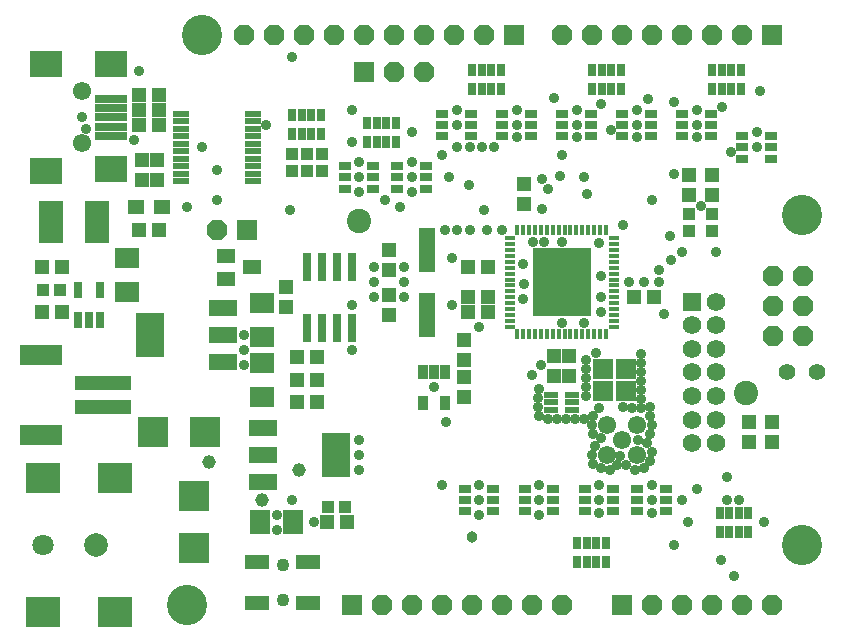
<source format=gts>
G75*
G70*
%OFA0B0*%
%FSLAX24Y24*%
%IPPOS*%
%LPD*%
%AMOC8*
5,1,8,0,0,1.08239X$1,22.5*
%
%ADD10C,0.1340*%
%ADD11OC8,0.0680*%
%ADD12R,0.0513X0.0474*%
%ADD13R,0.0474X0.0513*%
%ADD14R,0.0680X0.0680*%
%ADD15R,0.0789X0.0710*%
%ADD16R,0.0395X0.0395*%
%ADD17R,0.1025X0.1025*%
%ADD18R,0.0631X0.0474*%
%ADD19R,0.0316X0.0946*%
%ADD20R,0.0960X0.0560*%
%ADD21R,0.0946X0.1497*%
%ADD22R,0.0710X0.0789*%
%ADD23R,0.0178X0.0356*%
%ADD24R,0.0356X0.0178*%
%ADD25R,0.1950X0.2304*%
%ADD26R,0.0474X0.0218*%
%ADD27C,0.0611*%
%ADD28R,0.1064X0.0867*%
%ADD29R,0.1064X0.0277*%
%ADD30R,0.0395X0.0297*%
%ADD31R,0.0352X0.0470*%
%ADD32R,0.0277X0.0434*%
%ADD33R,0.0828X0.1419*%
%ADD34R,0.1182X0.1025*%
%ADD35C,0.0710*%
%ADD36C,0.0789*%
%ADD37R,0.0552X0.1458*%
%ADD38R,0.0620X0.0620*%
%ADD39C,0.0620*%
%ADD40R,0.0580X0.0205*%
%ADD41R,0.0552X0.0474*%
%ADD42R,0.0686X0.0686*%
%ADD43R,0.1891X0.0474*%
%ADD44R,0.1419X0.0710*%
%ADD45R,0.0297X0.0552*%
%ADD46C,0.0434*%
%ADD47R,0.0789X0.0474*%
%ADD48C,0.0812*%
%ADD49C,0.0560*%
%ADD50C,0.0460*%
%ADD51C,0.0380*%
%ADD52C,0.0350*%
D10*
X007250Y002336D03*
X027750Y004336D03*
X027750Y015336D03*
X007750Y021336D03*
D11*
X009150Y021336D03*
X010150Y021336D03*
X011150Y021336D03*
X012150Y021336D03*
X013150Y021336D03*
X014150Y021336D03*
X015150Y021336D03*
X016150Y021336D03*
X017150Y021336D03*
X015150Y020086D03*
X014150Y020086D03*
X019750Y021336D03*
X020750Y021336D03*
X021750Y021336D03*
X022750Y021336D03*
X023750Y021336D03*
X024750Y021336D03*
X025750Y021336D03*
X026805Y013316D03*
X027805Y013316D03*
X027805Y012316D03*
X026805Y012316D03*
X026805Y011316D03*
X027805Y011316D03*
X026750Y002336D03*
X025750Y002336D03*
X024750Y002336D03*
X023750Y002336D03*
X022750Y002336D03*
X019750Y002336D03*
X018750Y002336D03*
X017750Y002336D03*
X016750Y002336D03*
X015750Y002336D03*
X014750Y002336D03*
X013750Y002336D03*
X008250Y014836D03*
D12*
X006335Y014836D03*
X005665Y014836D03*
X005665Y019336D03*
X006335Y019336D03*
X016615Y013586D03*
X017285Y013586D03*
X017285Y012586D03*
X017285Y012086D03*
X016615Y012086D03*
X016615Y012586D03*
X016500Y009920D03*
X016500Y009251D03*
X011585Y009086D03*
X010915Y009086D03*
X022165Y012586D03*
X022835Y012586D03*
X024000Y016001D03*
X024000Y016670D03*
X024750Y016670D03*
X024750Y016001D03*
D13*
X018500Y015701D03*
X018500Y016370D03*
X014000Y014170D03*
X014000Y013501D03*
X014000Y012670D03*
X014000Y012001D03*
X016500Y011170D03*
X016500Y010501D03*
X019500Y010620D03*
X020000Y010620D03*
X020000Y009951D03*
X019500Y009951D03*
X026000Y008420D03*
X026000Y007751D03*
X026750Y007751D03*
X026750Y008420D03*
X012585Y005086D03*
X011915Y005086D03*
X011585Y009836D03*
X010915Y009836D03*
X010915Y010586D03*
X011585Y010586D03*
X010550Y012251D03*
X010550Y012920D03*
X006250Y016501D03*
X005750Y016501D03*
X005750Y017170D03*
X006250Y017170D03*
X006335Y018336D03*
X006335Y018836D03*
X005665Y018836D03*
X005665Y018336D03*
X003085Y013586D03*
X002415Y013586D03*
X002415Y012086D03*
X003085Y012086D03*
D14*
X009250Y014836D03*
X013150Y020086D03*
X018150Y021336D03*
X026750Y021336D03*
X021750Y002336D03*
X012750Y002336D03*
D15*
X009750Y009284D03*
X009750Y010387D03*
X009750Y011284D03*
X009750Y012387D03*
X005250Y012784D03*
X005250Y013887D03*
D16*
X003045Y012836D03*
X002455Y012836D03*
X010750Y016790D03*
X011250Y016790D03*
X011750Y016790D03*
X011750Y017381D03*
X011250Y017381D03*
X010750Y017381D03*
X024000Y015381D03*
X024000Y014790D03*
X024750Y014790D03*
X024750Y015381D03*
X012545Y005586D03*
X011955Y005586D03*
D17*
X007866Y008086D03*
X006134Y008086D03*
X007500Y005952D03*
X007500Y004219D03*
D18*
X008567Y013212D03*
X008567Y013960D03*
X009433Y013586D03*
D19*
X011250Y013609D03*
X011750Y013609D03*
X012250Y013609D03*
X012750Y013609D03*
X012750Y011562D03*
X012250Y011562D03*
X011750Y011562D03*
X011250Y011562D03*
D20*
X008470Y011336D03*
X008470Y012245D03*
X008470Y010426D03*
X009780Y008245D03*
X009780Y007336D03*
X009780Y006426D03*
D21*
X012220Y007336D03*
X006030Y011336D03*
D22*
X009699Y005086D03*
X010801Y005086D03*
D23*
X018274Y011353D03*
X018470Y011353D03*
X018667Y011353D03*
X018864Y011353D03*
X019061Y011353D03*
X019258Y011353D03*
X019455Y011353D03*
X019652Y011353D03*
X019848Y011353D03*
X020045Y011353D03*
X020242Y011353D03*
X020439Y011353D03*
X020636Y011353D03*
X020833Y011353D03*
X021030Y011353D03*
X021226Y011353D03*
X021226Y014818D03*
X021030Y014818D03*
X020833Y014818D03*
X020636Y014818D03*
X020439Y014818D03*
X020242Y014818D03*
X020045Y014818D03*
X019848Y014818D03*
X019652Y014818D03*
X019455Y014818D03*
X019258Y014818D03*
X019061Y014818D03*
X018864Y014818D03*
X018667Y014818D03*
X018470Y014818D03*
X018274Y014818D03*
D24*
X018018Y014562D03*
X018018Y014365D03*
X018018Y014168D03*
X018018Y013971D03*
X018018Y013775D03*
X018018Y013578D03*
X018018Y013381D03*
X018018Y013184D03*
X018018Y012987D03*
X018018Y012790D03*
X018018Y012593D03*
X018018Y012397D03*
X018018Y012200D03*
X018018Y012003D03*
X018018Y011806D03*
X018018Y011609D03*
X021482Y011609D03*
X021482Y011806D03*
X021482Y012003D03*
X021482Y012200D03*
X021482Y012397D03*
X021482Y012593D03*
X021482Y012790D03*
X021482Y012987D03*
X021482Y013184D03*
X021482Y013381D03*
X021482Y013578D03*
X021482Y013775D03*
X021482Y013971D03*
X021482Y014168D03*
X021482Y014365D03*
X021482Y014562D03*
D25*
X019750Y013086D03*
D26*
X019396Y009341D03*
X019396Y009086D03*
X019396Y008830D03*
X020104Y008830D03*
X020104Y009086D03*
X020104Y009341D03*
D27*
X021250Y008336D03*
X021750Y007836D03*
X021250Y007336D03*
X022250Y007336D03*
X022250Y008336D03*
X003750Y017719D03*
X003750Y019452D03*
D28*
X004734Y020357D03*
X002569Y020357D03*
X002569Y016814D03*
X004734Y016853D03*
D29*
X004734Y017956D03*
X004734Y018271D03*
X004734Y018586D03*
X004734Y018901D03*
X004734Y019216D03*
D30*
X012528Y016960D03*
X012528Y016586D03*
X012528Y016212D03*
X013472Y016212D03*
X013472Y016586D03*
X013472Y016960D03*
X014278Y016960D03*
X014278Y016586D03*
X014278Y016212D03*
X015222Y016212D03*
X015222Y016586D03*
X015222Y016960D03*
X015778Y017962D03*
X015778Y018336D03*
X015778Y018710D03*
X016722Y018710D03*
X016722Y018336D03*
X016722Y017962D03*
X017778Y017962D03*
X017778Y018336D03*
X017778Y018710D03*
X018722Y018710D03*
X018722Y018336D03*
X018722Y017962D03*
X019778Y017962D03*
X019778Y018336D03*
X019778Y018710D03*
X020722Y018710D03*
X020722Y018336D03*
X020722Y017962D03*
X021778Y017962D03*
X021778Y018336D03*
X021778Y018710D03*
X022722Y018710D03*
X022722Y018336D03*
X022722Y017962D03*
X023778Y017962D03*
X023778Y018336D03*
X023778Y018710D03*
X024722Y018710D03*
X024722Y018336D03*
X024722Y017962D03*
X025778Y017960D03*
X025778Y017586D03*
X025778Y017212D03*
X026722Y017212D03*
X026722Y017586D03*
X026722Y017960D03*
X023222Y006210D03*
X023222Y005836D03*
X023222Y005462D03*
X022278Y005462D03*
X022278Y005836D03*
X022278Y006210D03*
X021472Y006210D03*
X021472Y005836D03*
X021472Y005462D03*
X020528Y005462D03*
X020528Y005836D03*
X020528Y006210D03*
X019472Y006210D03*
X019472Y005836D03*
X019472Y005462D03*
X018528Y005462D03*
X018528Y005836D03*
X018528Y006210D03*
X017472Y006210D03*
X017472Y005836D03*
X017472Y005462D03*
X016528Y005462D03*
X016528Y005836D03*
X016528Y006210D03*
D31*
X015874Y009074D03*
X015126Y009074D03*
X015126Y010093D03*
X015500Y010093D03*
X015874Y010093D03*
D32*
X020278Y004401D03*
X020593Y004401D03*
X020907Y004401D03*
X021222Y004401D03*
X021222Y003771D03*
X020907Y003771D03*
X020593Y003771D03*
X020278Y003771D03*
X025028Y004771D03*
X025343Y004771D03*
X025657Y004771D03*
X025972Y004771D03*
X025972Y005401D03*
X025657Y005401D03*
X025343Y005401D03*
X025028Y005401D03*
X014222Y017771D03*
X013907Y017771D03*
X013593Y017771D03*
X013278Y017771D03*
X013278Y018401D03*
X013593Y018401D03*
X013907Y018401D03*
X014222Y018401D03*
X011722Y018651D03*
X011407Y018651D03*
X011093Y018651D03*
X010778Y018651D03*
X010778Y018021D03*
X011093Y018021D03*
X011407Y018021D03*
X011722Y018021D03*
X016778Y019521D03*
X017093Y019521D03*
X017407Y019521D03*
X017722Y019521D03*
X017722Y020151D03*
X017407Y020151D03*
X017093Y020151D03*
X016778Y020151D03*
X020778Y020151D03*
X021093Y020151D03*
X021407Y020151D03*
X021722Y020151D03*
X021722Y019521D03*
X021407Y019521D03*
X021093Y019521D03*
X020778Y019521D03*
X024778Y019521D03*
X025093Y019521D03*
X025407Y019521D03*
X025722Y019521D03*
X025722Y020151D03*
X025407Y020151D03*
X025093Y020151D03*
X024778Y020151D03*
D33*
X004268Y015086D03*
X002732Y015086D03*
D34*
X002469Y002091D03*
X004870Y002091D03*
X004870Y006580D03*
X002469Y006580D03*
D35*
X002469Y004336D03*
D36*
X004240Y004336D03*
D37*
X015250Y012003D03*
X015250Y014168D03*
D38*
X024106Y012448D03*
D39*
X024894Y012448D03*
X024894Y011660D03*
X024894Y010873D03*
X024106Y010873D03*
X024106Y011660D03*
X024106Y010086D03*
X024894Y010086D03*
X024894Y009298D03*
X024106Y009298D03*
X024106Y008511D03*
X024106Y007723D03*
X024894Y007723D03*
X024894Y008511D03*
D40*
X009450Y016461D03*
X009450Y016711D03*
X009450Y016961D03*
X009450Y017211D03*
X009450Y017461D03*
X009450Y017711D03*
X009450Y017961D03*
X009450Y018211D03*
X009450Y018461D03*
X009450Y018711D03*
X007050Y018711D03*
X007050Y018461D03*
X007050Y018211D03*
X007050Y017961D03*
X007050Y017711D03*
X007050Y017461D03*
X007050Y017211D03*
X007050Y016961D03*
X007050Y016711D03*
X007050Y016461D03*
D41*
X006433Y015586D03*
X005567Y015586D03*
D42*
X021118Y010217D03*
X021882Y010217D03*
X021882Y009454D03*
X021118Y009454D03*
D43*
X004457Y009729D03*
X004457Y008942D03*
D44*
X002409Y007997D03*
X002409Y010674D03*
D45*
X003626Y011824D03*
X004000Y011824D03*
X004374Y011824D03*
X004374Y012847D03*
X003626Y012847D03*
D46*
X010450Y003676D03*
X010450Y002495D03*
D47*
X009604Y002416D03*
X011296Y002416D03*
X011296Y003755D03*
X009604Y003755D03*
D48*
X013000Y015136D03*
X025900Y009386D03*
D49*
X027250Y010086D03*
X028250Y010086D03*
D50*
X011000Y006836D03*
X009750Y005836D03*
X008000Y007086D03*
D51*
X016750Y004586D03*
D52*
X017000Y005336D03*
X017000Y005836D03*
X017000Y006336D03*
X015750Y006336D03*
X015900Y008436D03*
X015500Y009586D03*
X017000Y011586D03*
X016100Y012336D03*
X014500Y012586D03*
X014500Y013086D03*
X014500Y013586D03*
X013500Y013586D03*
X013500Y013086D03*
X013500Y012586D03*
X012750Y012336D03*
X012750Y010836D03*
X009150Y010836D03*
X009150Y011336D03*
X009150Y010336D03*
X013000Y007836D03*
X013000Y007336D03*
X013000Y006836D03*
X011500Y005086D03*
X010750Y005836D03*
X010250Y005336D03*
X010250Y004836D03*
X018750Y009986D03*
X019050Y010336D03*
X019000Y009536D03*
X018950Y009236D03*
X018950Y008936D03*
X019000Y008636D03*
X019300Y008536D03*
X019600Y008536D03*
X019900Y008536D03*
X020200Y008536D03*
X020500Y008536D03*
X020800Y008636D03*
X020750Y008336D03*
X020800Y008036D03*
X021050Y007886D03*
X020850Y007636D03*
X020750Y007336D03*
X020800Y007036D03*
X021050Y006886D03*
X021350Y006836D03*
X021600Y006986D03*
X021900Y006986D03*
X022200Y006836D03*
X022500Y006886D03*
X022700Y007136D03*
X022750Y007436D03*
X022600Y007736D03*
X022700Y008036D03*
X022750Y008336D03*
X022700Y008636D03*
X022700Y008936D03*
X022400Y008886D03*
X022400Y009186D03*
X022100Y008886D03*
X021800Y008936D03*
X021000Y008886D03*
X020550Y009286D03*
X020550Y009586D03*
X020550Y009886D03*
X020550Y010186D03*
X020550Y010486D03*
X020900Y010736D03*
X020500Y011736D03*
X021050Y012086D03*
X021050Y012586D03*
X022000Y013086D03*
X022500Y013086D03*
X023000Y013086D03*
X023000Y013486D03*
X023400Y013836D03*
X023750Y014086D03*
X023350Y014636D03*
X024400Y015636D03*
X023500Y016686D03*
X022750Y015836D03*
X021800Y014986D03*
X021000Y014386D03*
X021050Y013286D03*
X019750Y014436D03*
X019150Y014436D03*
X018800Y014436D03*
X017750Y014836D03*
X017250Y014836D03*
X016700Y014836D03*
X016250Y014836D03*
X015850Y014836D03*
X016100Y013886D03*
X017150Y015486D03*
X016650Y016336D03*
X016000Y016586D03*
X015750Y017336D03*
X016250Y017586D03*
X016700Y017586D03*
X017100Y017586D03*
X017500Y017586D03*
X018250Y017936D03*
X018250Y018336D03*
X018250Y018836D03*
X019500Y019236D03*
X020250Y018836D03*
X020250Y018336D03*
X020250Y017936D03*
X019750Y017336D03*
X019700Y016636D03*
X019300Y016186D03*
X019100Y016536D03*
X019100Y015536D03*
X020600Y016036D03*
X020500Y016586D03*
X022250Y017936D03*
X022250Y018336D03*
X022250Y018836D03*
X022625Y019211D03*
X023500Y019086D03*
X024250Y018836D03*
X024250Y018336D03*
X024250Y017936D03*
X025407Y017428D03*
X026250Y017586D03*
X026250Y018086D03*
X025100Y018936D03*
X026375Y019461D03*
X021407Y018178D03*
X021049Y019036D03*
X016250Y018836D03*
X016250Y018336D03*
X014750Y018086D03*
X014750Y017086D03*
X014750Y016586D03*
X014750Y016086D03*
X014350Y015586D03*
X013850Y015836D03*
X013000Y016086D03*
X013000Y016586D03*
X013000Y017086D03*
X012750Y017771D03*
X012750Y018836D03*
X010750Y020586D03*
X009900Y018336D03*
X008250Y016836D03*
X007750Y017586D03*
X008250Y015836D03*
X007250Y015586D03*
X005500Y017836D03*
X003900Y018186D03*
X003750Y018586D03*
X005650Y020136D03*
X010700Y015486D03*
X018450Y013686D03*
X018500Y013036D03*
X018450Y012536D03*
X019750Y011736D03*
X022400Y010686D03*
X022400Y010386D03*
X022400Y010086D03*
X022400Y009786D03*
X022400Y009486D03*
X022300Y007836D03*
X021700Y007286D03*
X021000Y006336D03*
X021000Y005836D03*
X021000Y005386D03*
X022750Y005386D03*
X022750Y005836D03*
X022750Y006336D03*
X023750Y005836D03*
X024250Y006210D03*
X025250Y005836D03*
X025650Y005836D03*
X026500Y005086D03*
X025050Y003836D03*
X025500Y003286D03*
X023500Y004336D03*
X023950Y005086D03*
X025250Y006586D03*
X019000Y006336D03*
X019000Y005836D03*
X019000Y005336D03*
X023150Y012036D03*
X024894Y014086D03*
M02*

</source>
